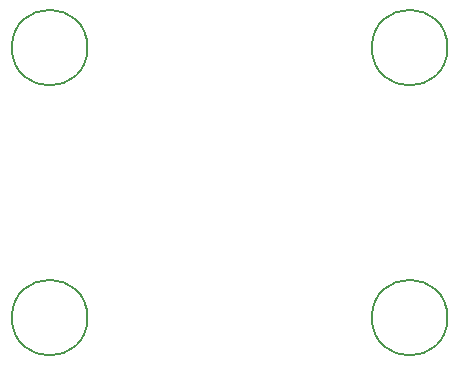
<source format=gbr>
G04 #@! TF.GenerationSoftware,KiCad,Pcbnew,6.0.9-8da3e8f707~116~ubuntu20.04.1*
G04 #@! TF.CreationDate,2023-04-19T17:14:30+00:00*
G04 #@! TF.ProjectId,LEC022001,4c454330-3232-4303-9031-2e6b69636164,rev?*
G04 #@! TF.SameCoordinates,Original*
G04 #@! TF.FileFunction,Other,Comment*
%FSLAX46Y46*%
G04 Gerber Fmt 4.6, Leading zero omitted, Abs format (unit mm)*
G04 Created by KiCad (PCBNEW 6.0.9-8da3e8f707~116~ubuntu20.04.1) date 2023-04-19 17:14:30*
%MOMM*%
%LPD*%
G01*
G04 APERTURE LIST*
%ADD10C,0.150000*%
G04 APERTURE END LIST*
D10*
G04 #@! TO.C,H1*
X123850000Y-71120000D02*
G75*
G03*
X123850000Y-71120000I-3200000J0D01*
G01*
G04 #@! TO.C,H2*
X93370000Y-93980000D02*
G75*
G03*
X93370000Y-93980000I-3200000J0D01*
G01*
G04 #@! TO.C,H3*
X123850000Y-93980000D02*
G75*
G03*
X123850000Y-93980000I-3200000J0D01*
G01*
G04 #@! TO.C,H4*
X93370000Y-71120000D02*
G75*
G03*
X93370000Y-71120000I-3200000J0D01*
G01*
G04 #@! TD*
M02*

</source>
